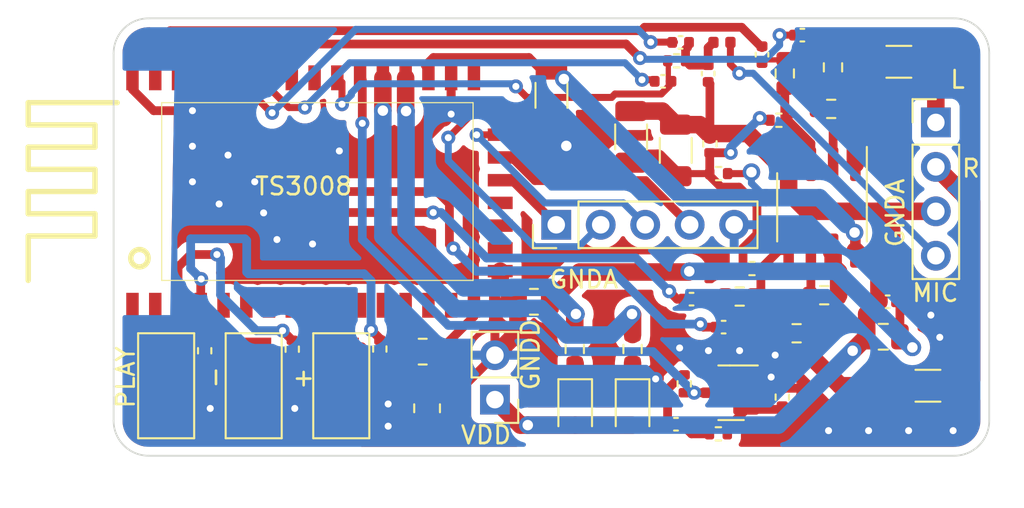
<source format=kicad_pcb>
(kicad_pcb (version 20211014) (generator pcbnew)
  (layers (0 "F.Cu" signal) (31 "B.Cu" signal) (34 "B.Paste" user) (35 "F.Paste" user) (36 "B.SilkS" user "B.Silkscreen") (37 "F.SilkS" user "F.Silkscreen") (38 "B.Mask" user) (39 "F.Mask" user) (44 "Edge.Cuts" user))
  (net 0 "")
  (net 1 "Net-(C1-Pad1)")
  (net 2 "VDD")
  (net 3 "GNDD")
  (net 4 "/MIC_BIAS")
  (net 5 "/MIC_AP")
  (net 6 "Net-(C4-Pad1)")
  (net 7 "/MIC_AN")
  (net 8 "/SPK_AN")
  (net 9 "Net-(C5-Pad2)")
  (net 10 "/SPK_AP")
  (net 11 "Net-(C6-Pad2)")
  (net 12 "GNDA")
  (net 13 "/VREF")
  (net 14 "Net-(C9-Pad1)")
  (net 15 "/Audio_L")
  (net 16 "Net-(C13-Pad1)")
  (net 17 "/SPK_BN")
  (net 18 "Net-(C14-Pad1)")
  (net 19 "/SPK_BP")
  (net 20 "Net-(C15-Pad1)")
  (net 21 "/Audio_R")
  (net 22 "Net-(D1-Pad1)")
  (net 23 "Net-(D2-Pad1)")
  (net 24 "Net-(J2-Pad1)")
  (net 25 "Net-(J2-Pad2)")
  (net 26 "Net-(J2-Pad3)")
  (net 27 "Net-(J2-Pad4)")
  (net 28 "/MIC")
  (net 29 "Net-(R1-Pad2)")
  (net 30 "/MFB")
  (net 31 "Net-(R4-Pad1)")
  (net 32 "Net-(R4-Pad2)")
  (net 33 "Net-(R5-Pad1)")
  (net 34 "Net-(R5-Pad2)")
  (net 35 "Net-(R6-Pad1)")
  (net 36 "Net-(R6-Pad2)")
  (net 37 "Net-(R7-Pad1)")
  (net 38 "Net-(R7-Pad2)")
  (net 39 "/LED_RED")
  (net 40 "/LED_BLUE")
  (net 41 "Net-(R14-Pad2)")
  (net 42 "Net-(R15-Pad2)")
  (net 43 "Net-(R18-Pad2)")
  (net 44 "Net-(R19-Pad2)")
  (footprint "Capacitor_SMD:C_0402_1005Metric" (layer "F.Cu") (at 112.025 62.075 -90)
    (fp_text reference "C6")
    (fp_text value "1UF")
  )
  (footprint "Resistor_SMD:R_0402_1005Metric" (layer "F.Cu") (at 111.45 74.3)
    (fp_text reference "R18")
    (fp_text value "10K")
  )
  (footprint "Capacitor_SMD:C_1206_3216Metric" (layer "F.Cu") (at 121.5 81)
    (fp_text reference "C15")
    (fp_text value "220UF")
  )
  (footprint "Connector_PinHeader_2.54mm:PinHeader_1x02_P2.54mm_Vertical" (layer "F.Cu") (at 96.774 81.793 180)
    (fp_text reference "J1")
    (fp_text value "Conn_01x02")
  )
  (footprint "Resistor_SMD:R_0603_1608Metric" (layer "F.Cu") (at 101.3325 78.9 -90)
    (fp_text reference "R9")
    (fp_text value "470R")
  )
  (footprint "Resistor_SMD:R_0603_1608Metric" (layer "F.Cu") (at 115.975 65.175 180)
    (fp_text reference "R17")
    (fp_text value "10K")
  )
  (footprint "Capacitor_SMD:C_0402_1005Metric" (layer "F.Cu") (at 108.95 63.155 -90)
    (fp_text reference "C8")
    (fp_text value "15PF")
  )
  (footprint "Capacitor_SMD:C_0402_1005Metric" (layer "F.Cu") (at 109.8325 77.65 180)
    (fp_text reference "C13")
    (fp_text value "1UF")
  )
  (footprint "Resistor_SMD:R_0402_1005Metric" (layer "F.Cu") (at 109.55 68.875 180)
    (fp_text reference "R12")
    (fp_text value "100K")
  )
  (footprint "LED_SMD:LED_0805_2012Metric" (layer "F.Cu") (at 101.3575 82.3125 -90)
    (fp_text reference "D1")
    (fp_text value "LED_RED")
  )
  (footprint "Resistor_SMD:R_0603_1608Metric" (layer "F.Cu") (at 113.325 63.15 -90)
    (fp_text reference "R15")
    (fp_text value "10K")
  )
  (footprint "Resistor_SMD:R_0402_1005Metric" (layer "F.Cu") (at 80.2 79 90)
    (fp_text reference "R4")
    (fp_text value "1K")
  )
  (footprint "Capacitor_SMD:C_0805_2012Metric" (layer "F.Cu") (at 118.95 78.2)
    (fp_text reference "C12")
    (fp_text value "22UF")
  )
  (footprint "Capacitor_SMD:C_0402_1005Metric" (layer "F.Cu") (at 106.375 63.6 180)
    (fp_text reference "C3")
    (fp_text value "100NF")
  )
  (footprint "Resistor_SMD:R_0402_1005Metric" (layer "F.Cu") (at 109.5325 83.75)
    (fp_text reference "R1")
    (fp_text value "1K")
  )
  (footprint "Capacitor_SMD:C_0402_1005Metric" (layer "F.Cu") (at 108 76.05 180)
    (fp_text reference "C14")
    (fp_text value "1UF")
  )
  (footprint "Capacitor_SMD:C_1206_3216Metric" (layer "F.Cu") (at 100 64.4 90)
    (fp_text reference "C2")
    (fp_text value "220UF")
  )
  (footprint "Capacitor_SMD:C_1206_3216Metric" (layer "F.Cu") (at 119.839 62.484)
    (fp_text reference "C9")
    (fp_text value "220UF")
  )
  (footprint "2N3904S:2N3904S" (layer "F.Cu") (at 110.1825 81.4 180)
    (fp_text reference "Q1")
    (fp_text value "2N3904S")
  )
  (footprint "Capacitor_SMD:C_0402_1005Metric" (layer "F.Cu") (at 107.1125 83.2 180)
    (fp_text reference "C1")
    (fp_text value "1UF")
  )
  (footprint "Resistor_SMD:R_0402_1005Metric" (layer "F.Cu") (at 107.5825 80.89 90)
    (fp_text reference "R3")
    (fp_text value "10K")
  )
  (footprint "Resistor_SMD:R_0603_1608Metric" (layer "F.Cu") (at 115.575 75.825)
    (fp_text reference "R19")
    (fp_text value "10K")
  )
  (footprint "Resistor_SMD:R_0402_1005Metric" (layer "F.Cu") (at 90.2 78.9 90)
    (fp_text reference "R6")
    (fp_text value "1K")
  )
  (footprint "TS-1088R:TS-1088R" (layer "F.Cu") (at 88 81 90)
    (fp_text reference "SW3")
    (fp_text value "TS-1088R-02026")
  )
  (footprint "Capacitor_SMD:C_1206_3216Metric" (layer "F.Cu") (at 107.1 67.55 -90)
    (fp_text reference "C10")
    (fp_text value "22UF")
  )
  (footprint "TS3008:BluetoothAudioModule(2)-TS64215" (layer "F.Cu") (at 82.82615 69.9)
    (fp_text reference "U1")
    (fp_text value "TS64215")
  )
  (footprint "TS-1088R:TS-1088R" (layer "F.Cu") (at 78 81 90)
    (fp_text reference "SW1")
    (fp_text value "TS-1088R-02026")
  )
  (footprint "Capacitor_SMD:C_0402_1005Metric" (layer "F.Cu") (at 114.328 60.96)
    (fp_text reference "C5")
    (fp_text value "1UF")
  )
  (footprint "Connector_PinHeader_2.54mm:PinHeader_1x04_P2.54mm_Vertical" (layer "F.Cu") (at 121.95 65.95)
    (fp_text reference "J3")
    (fp_text value "Conn_01x04")
  )
  (footprint "Resistor_SMD:R_0402_1005Metric" (layer "F.Cu") (at 109.05 67.175 90)
    (fp_text reference "R11")
    (fp_text value "100K")
  )
  (footprint "Resistor_SMD:R_0805_2012Metric" (layer "F.Cu") (at 92.9 82.2875 90)
    (fp_text reference "R8")
    (fp_text value "NC")
  )
  (footprint "LED_SMD:LED_0805_2012Metric" (layer "F.Cu") (at 104.6325 82.3125 -90)
    (fp_text reference "D2")
    (fp_text value "LED_BLUE")
  )
  (footprint "Connector_PinHeader_2.54mm:PinHeader_1x05_P2.54mm_Vertical" (layer "F.Cu") (at 100.275 71.8 90)
    (fp_text reference "J2")
    (fp_text value "Conn_01x05")
  )
  (footprint "Resistor_SMD:R_0603_1608Metric" (layer "F.Cu") (at 104.6325 78.9 90)
    (fp_text reference "R10")
    (fp_text value "75R")
  )
  (footprint "Package_SO:SOIC-8_3.9x4.9mm_P1.27mm" (layer "F.Cu") (at 115.45 70.8 -90)
    (fp_text reference "U2")
    (fp_text value "SGM358YS/TR")
  )
  (footprint "Resistor_SMD:R_0805_2012Metric" (layer "F.Cu") (at 92.65 79.05 180)
    (fp_text reference "R7")
    (fp_text value "0R")
  )
  (footprint "TS-1088R:TS-1088R" (layer "F.Cu") (at 83 81 90)
    (fp_text reference "SW2")
    (fp_text value "TS-1088R-02026")
  )
  (footprint "Resistor_SMD:R_0402_1005Metric" (layer "F.Cu") (at 85.2 78.91 90)
    (fp_text reference "R5")
    (fp_text value "1K")
  )
  (footprint "Resistor_SMD:R_0402_1005Metric" (layer "F.Cu") (at 112.99 65.825)
    (fp_text reference "R16")
    (fp_text value "10K")
  )
  (footprint "Resistor_SMD:R_0402_1005Metric" (layer "F.Cu") (at 113.1825 81.65 -90)
    (fp_text reference "R2")
    (fp_text value "10K")
  )
  (footprint "Resistor_SMD:R_0603_1608Metric" (layer "F.Cu") (at 116.078 62.801 -90)
    (fp_text reference "R14")
    (fp_text value "10K")
  )
  (footprint "Resistor_SMD:R_0603_1608Metric" (layer "F.Cu") (at 110.75 75.9)
    (fp_text reference "R21")
    (fp_text value "10K")
  )
  (footprint "Capacitor_SMD:C_0402_1005Metric" (layer "F.Cu") (at 107.375 61.375 180)
    (fp_text reference "C4")
    (fp_text value "100NF")
  )
  (footprint "Resistor_SMD:R_0805_2012Metric" (layer "F.Cu") (at 99 76.2 180)
    (fp_text reference "R22")
    (fp_text value "NC")
  )
  (footprint "Inductor_SMD:L_0402_1005Metric" (layer "F.Cu") (at 109.735 61.375)
    (fp_text reference "L1")
    (fp_text value "15NH")
  )
  (footprint "Capacitor_SMD:C_1206_3216Metric" (layer "F.Cu") (at 104.55 66.775 -90)
    (fp_text reference "C7")
    (fp_text value "22UF")
  )
  (footprint "Capacitor_SMD:C_0402_1005Metric" (layer "F.Cu") (at 119.2 76.2)
    (fp_text reference "C11")
    (fp_text value "100NF")
  )
  (footprint "Resistor_SMD:R_0603_1608Metric" (layer "F.Cu") (at 114 78)
    (fp_text reference "R20")
    (fp_text value "10K")
  )
  (footprint "Resistor_SMD:R_0402_1005Metric" (layer "F.Cu") (at 107.15 62.425 180)
    (fp_text reference "R13")
    (fp_text value "2.2K")
  )
  (gr_line (start 77 85) (end 123 85) (layer "Edge.Cuts") (width 0.1))
  (gr_arc (start 125 83) (mid 124.414214 84.414214) (end 123 85) (layer "Edge.Cuts") (width 0.1))
  (gr_line (start 125 83) (end 125 62) (layer "Edge.Cuts") (width 0.1))
  (gr_line (start 123 60) (end 77 60) (layer "Edge.Cuts") (width 0.1))
  (gr_arc (start 123 60) (mid 124.414214 60.585786) (end 125 62) (layer "Edge.Cuts") (width 0.1))
  (gr_arc (start 75 62) (mid 75.585786 60.585786) (end 77 60) (layer "Edge.Cuts") (width 0.1))
  (gr_line (start 75 62) (end 75 83) (layer "Edge.Cuts") (width 0.1))
  (gr_arc (start 77 85) (mid 75.585786 84.414214) (end 75 83) (layer "Edge.Cuts") (width 0.1))
  (gr_text "GNDA" (at 101.854 74.93) (layer "F.SilkS") (effects (font (size 1 1))))
  (gr_text "+" (at 85.852 80.518) (layer "F.SilkS") (effects (font (size 1 1))))
  (gr_text "VDD" (at 96.266 83.82) (layer "F.SilkS") (effects (font (size 1 1))))
  (gr_text "MIC" (at 121.92 75.692) (layer "F.SilkS") (effects (font (size 1 1))))
  (gr_text "TS3008\n" (at 85.852 69.596) (layer "F.SilkS") (effects (font (size 1 1))))
  (gr_text "R" (at 123.952 68.58) (layer "F.SilkS") (effects (font (size 1 1))))
  (gr_text "-" (at 80.772 80.518 90) (layer "F.SilkS") (effects (font (size 1 1))))
  (gr_text "PLAY" (at 75.692 80.518 90) (layer "F.SilkS") (effects (font (size 1 1))))
  (gr_text "GNDD" (at 98.806 79.223 90) (layer "F.SilkS") (effects (font (size 1 1))))
  (gr_text "GNDA" (at 119.634 71.12 90) (layer "F.SilkS") (effects (font (size 1 1))))
  (gr_text "L\n" (at 123.19 63.5) (layer "F.SilkS") (effects (font (size 1 1))))
  (segment (start 108 83.75) (end 109.0225 83.75) (width 0.5) (layer "F.Cu") (net 1))
  (segment (start 107.5925 83.3425) (end 108 83.75) (width 0.5) (layer "F.Cu") (net 1))
  (segment (start 107.5925 83.2) (end 107.5925 83.3425) (width 0.5) (layer "F.Cu") (net 1))
  (segment (start 118.70048 74.62048) (end 118.70048 76.2) (width 1) (layer "F.Cu") (net 2))
  (segment (start 99.4 62.925) (end 98.714429 62.239429) (width 0.5) (layer "F.Cu") (net 2))
  (segment (start 101.3575 83.25) (end 104.6325 83.25) (width 1) (layer "F.Cu") (net 2))
  (segment (start 98.714429 62.239429) (end 93.260571 62.239429) (width 0.5) (layer "F.Cu") (net 2))
  (segment (start 117.355 73.275) (end 118.70048 74.62048) (width 1) (layer "F.Cu") (net 2))
  (segment (start 98.65 83.25) (end 101.3575 83.25) (width 1) (layer "F.Cu") (net 2))
  (segment (start 96.774 81.793) (end 98.231 83.25) (width 1) (layer "F.Cu") (net 2))
  (segment (start 118 78.2) (end 118 76.90048) (width 1) (layer "F.Cu") (net 2))
  (segment (start 93.260571 62.239429) (end 92.8 62.7) (width 0.5) (layer "F.Cu") (net 2))
  (segment (start 118 78.2) (end 117.2 79) (width 1) (layer "F.Cu") (net 2))
  (segment (start 104.6825 83.2) (end 104.6325 83.25) (width 0.5) (layer "F.Cu") (net 2))
  (segment (start 111.335 68.875) (end 111.42 68.79) (width 0.4) (layer "F.Cu") (net 2))
  (segment (start 106.6325 83.2) (end 104.6825 83.2) (width 0.5) (layer "F.Cu") (net 2))
  (segment (start 118 76.90048) (end 118.70048 76.2) (width 1) (layer "F.Cu") (net 2))
  (segment (start 98.231 83.25) (end 98.65 83.25) (width 1) (layer "F.Cu") (net 2))
  (segment (start 106.6325 83.2) (end 106.6325 81.203364) (width 0.5) (layer "F.Cu") (net 2))
  (segment (start 107.455864 80.38) (end 107.5825 80.38) (width 0.5) (layer "F.Cu") (net 2))
  (segment (start 110.06 68.875) (end 111.335 68.875) (width 0.4) (layer "F.Cu") (net 2))
  (segment (start 106.6325 81.203364) (end 107.455864 80.38) (width 0.5) (layer "F.Cu") (net 2))
  (via (at 117.31 72.24) (size 1) (drill 0.6) (layers "F.Cu" "B.Cu") (net 2))
  (via (at 111.42 68.79) (size 1) (drill 0.6) (layers "F.Cu" "B.Cu") (net 2))
  (via (at 98.65 83.25) (size 1) (drill 0.6) (layers "F.Cu" "B.Cu") (net 2))
  (via (at 117.2 79) (size 1) (drill 0.6) (layers "F.Cu" "B.Cu") (net 2))
  (via (at 100.71 63.47) (size 1) (drill 0.6) (layers "F.Cu" "B.Cu") (net 2))
  (segment (start 112.250489 70.250489) (end 115.310489 70.250489) (width 1) (layer "B.Cu") (net 2))
  (segment (start 98.65 83.25) (end 112.95 83.25) (width 1) (layer "B.Cu") (net 2))
  (segment (start 112.95 83.25) (end 117.2 79) (width 1) (layer "B.Cu") (net 2))
  (segment (start 111.42 69.42) (end 112.250489 70.250489) (width 0.4) (layer "B.Cu") (net 2))
  (segment (start 111.42 68.79) (end 111.42 69.42) (width 0.4) (layer "B.Cu") (net 2))
  (segment (start 107.490489 70.250489) (end 112.250489 70.250489) (width 1) (layer "B.Cu") (net 2))
  (segment (start 115.310489 70.250489) (end 116.85 71.79) (width 1) (layer "B.Cu") (net 2))
  (segment (start 100.71 63.47) (end 107.490489 70.250489) (width 1) (layer "B.Cu") (net 2))
  (segment (start 77.289888 65.278) (end 76.07737 64.065482) (width 0.5) (layer "F.Cu") (net 3))
  (segment (start 105.91652 80.24348) (end 105.91652 80.57652) (width 1) (layer "F.Cu") (net 3))
  (segment (start 79.502 65.278) (end 77.289888 65.278) (width 0.5) (layer "F.Cu") (net 3))
  (segment (start 112.4925 80.45) (end 112.54625 80.50375) (width 0.5) (layer "F.Cu") (net 3))
  (segment (start 98.0875 77.9345) (end 98.0875 76.2) (width 1) (layer "F.Cu") (net 3))
  (segment (start 91.795056 67.58) (end 93.685056 65.69) (width 1) (layer "F.Cu") (net 3))
  (segment (start 93.685056 65.69) (end 93.84 65.69) (width 1) (layer "F.Cu") (net 3))
  (segment (start 111.12 80.45) (end 112.4925 80.45) (width 0.5) (layer "F.Cu") (net 3))
  (segment (start 94.26202 81.83798) (end 92.9 83.2) (width 0.5) (layer "F.Cu") (net 3))
  (segment (start 94.27393 63.40014) (end 94.27393 65.47393) (width 0.5) (layer "F.Cu") (net 3))
  (segment (start 100.85 67.29) (end 100.85 66.725) (width 1) (layer "F.Cu") (net 3))
  (segment (start 100.85 66.725) (end 100 65.875) (width 1) (layer "F.Cu") (net 3))
  (segment (start 87.89 67.58) (end 91.795056 67.58) (width 1) (layer "F.Cu") (net 3))
  (segment (start 97.07555 74.44914) (end 97.07555 75.18805) (width 1) (layer "F.Cu") (net 3))
  (segment (start 107.32 78.84) (end 105.91652 80.24348) (width 1) (layer "F.Cu") (net 3))
  (segment (start 112.54625 80.50375) (end 113.1825 81.14) (width 0.5) (layer "F.Cu") (net 3))
  (segment (start 96.52 79.502) (end 94.26202 81.75998) (width 0.5) (layer "F.Cu") (net 3))
  (segment (start 94.26202 81.75998) (end 94.26202 81.83798) (width 0.5) (layer "F.Cu") (net 3))
  (segment (start 76.07737 64.065482) (end 76.07737 63.40014) (width 0.5) (layer "F.Cu") (net 3))
  (segment (start 97.07555 75.18805) (end 98.0875 76.2) (width 1) (layer "F.Cu") (net 3))
  (segment (start 96.52 79.502) (end 98.0875 77.9345) (width 1) (layer "F.Cu") (net 3))
  (via (at 108.966 78.994) (size 0.8) (drill 0.4) (layers "F.Cu" "B.Cu") (net 3))
  (via (at 90.678 82.042) (size 0.8) (drill 0.4) (layers "F.Cu" "B.Cu") (net 3))
  (via (at 86.36 72.898) (size 0.8) (drill 0.4) (layers "F.Cu" "B.Cu") (net 3))
  (via (at 100.85 67.29) (size 1) (drill 0.6) (layers "F.Cu" "B.Cu") (net 3))
  (via (at 112.776 79.248) (size 0.8) (drill 0.4) (layers "F.Cu" "B.Cu") (net 3))
  (via (at 110.744 78.994) (size 0.8) (drill 0.4) (layers "F.Cu" "B.Cu") (net 3))
  (via (at 115.824 83.566) (size 0.8) (drill 0.4) (layers "F.Cu" "B.Cu") (net 3))
  (via (at 105.95 80.61) (size 0.8) (drill 0.4) (layers "F.Cu" "B.Cu") (net 3))
  (via (at 118.11 83.566) (size 0.8) (drill 0.4) (layers "F.Cu" "B.Cu") (net 3))
  (via (at 81.534 67.818) (size 0.8) (drill 0.4) (layers "F.Cu" "B.Cu") (net 3))
  (via (at 80.518 82.296) (size 0.8) (drill 0.4) (layers "F.Cu" "B.Cu") (net 3))
  (via (at 122.174 78.232) (size 0.8) (drill 0.4) (layers "F.Cu" "B.Cu") (net 3))
  (via (at 81.026 70.612) (size 0.8) (drill 0.4) (layers "F.Cu" "B.Cu") (net 3))
  (via (at 122.936 83.566) (size 0.8) (drill 0.4) (layers "F.Cu" "B.Cu") (net 3))
  (via (at 84.328 72.644) (size 0.8) (drill 0.4) (layers "F.Cu" "B.Cu") (net 3))
  (via (at 87.89 67.58) (size 0.8) (drill 0.4) (layers "F.Cu" "B.Cu") (net 3))
  (via (at 121.666 76.962) (size 0.8) (drill 0.4) (layers "F.Cu" "B.Cu") (net 3))
  (via (at 112.54625 80.50375) (size 0.8) (drill 0.4) (layers "F.Cu" "B.Cu") (net 3))
  (via (at 94.27393 65.47393) (size 0.8) (drill 0.4) (layers "F.Cu" "B.Cu") (net 3))
  (via (at 83.566 71.12) (size 0.8) (drill 0.4) (layers "F.Cu" "B.Cu") (net 3))
  (via (at 120.396 83.566) (size 0.8) (drill 0.4) (layers "F.Cu" "B.Cu") (net 3))
  (via (at 79.502 69.342) (size 0.8) (drill 0.4) (layers "F.Cu" "B.Cu") (net 3))
  (via (at 90.678 83.312) (size 0.8) (drill 0.4) (layers "F.Cu" "B.Cu") (net 3))
  (via (at 85.344 82.296) (size 0.8) (drill 0.4) (layers "F.Cu" "B.Cu") (net 3))
  (via (at 79.502 67.31) (size 0.8) (drill 0.4) (layers "F.Cu" "B.Cu") (net 3))
  (via (at 79.502 65.278) (size 0.8) (drill 0.4) (layers "F.Cu" "B.Cu") (net 3))
  (via (at 107.32 78.84) (size 0.8) (drill 0.4) (layers "F.Cu" "B.Cu") (net 3))
  (via (at 83.058 69.342) (size 0.8) (drill 0.4) (layers "F.Cu" "B.Cu") (net 3))
  (segment (start 103.630961 64.32548) (end 106.270592 64.32548) (width 0.4) (layer "F.Cu") (net 4))
  (segment (start 98.6 64.52) (end 103.436441 64.52) (width 0.4) (layer "F.Cu") (net 4))
  (segment (start 103.436441 64.52) (end 103.630961 64.32548) (width 0.4) (layer "F.Cu") (net 4))
  (segment (start 106.72452 63.871552) (end 106.72452 63.6) (width 0.4) (layer "F.Cu") (net 4))
  (segment (start 106.64 62.425) (end 106.67452 62.45952) (width 0.3) (layer "F.Cu") (net 4))
  (segment (start 106.270592 64.32548) (end 106.72452 63.871552) (width 0.4) (layer "F.Cu") (net 4))
  (segment (start 106.67452 62.45952) (end 106.67452 63.6) (width 0.3) (layer "F.Cu") (net 4))
  (segment (start 88.04 63.66607) (end 87.77407 63.40014) (width 0.4) (layer "F.Cu") (net 4))
  (segment (start 88.04 64.91) (end 88.04 63.66607) (width 0.4) (layer "F.Cu") (net 4))
  (segment (start 97.97 63.89) (end 98.6 64.52) (width 0.4) (layer "F.Cu") (net 4))
  (via (at 88.04 64.91) (size 0.8) (drill 0.4) (layers "F.Cu" "B.Cu") (net 4))
  (via (at 97.97 63.89) (size 0.8) (drill 0.4) (layers "F.Cu" "B.Cu") (net 4))
  (segment (start 97.82 63.74) (end 89.1 63.74) (width 0.4) (layer "B.Cu") (net 4))
  (segment (start 89.1 63.74) (end 88.57449 64.26551) (width 0.4) (layer "B.Cu") (net 4))
  (segment (start 97.97 63.89) (end 97.82 63.74) (width 0.4) (layer "B.Cu") (net 4))
  (segment (start 88.57449 64.37551) (end 88.04 64.91) (width 0.4) (layer "B.Cu") (net 4))
  (segment (start 88.57449 64.26551) (end 88.57449 64.37551) (width 0.4) (layer "B.Cu") (net 4))
  (segment (start 105.17 63.51) (end 105.93548 63.51) (width 0.4) (layer "F.Cu") (net 5))
  (segment (start 85.009688 65.1) (end 85.92 65.1) (width 0.4) (layer "F.Cu") (net 5))
  (segment (start 85.009688 65.1) (end 83.87517 63.965482) (width 0.4) (layer "F.Cu") (net 5))
  (segment (start 83.87517 63.965482) (end 83.87517 63.40014) (width 0.4) (layer "F.Cu") (net 5))
  (via (at 85.92 65.1) (size 0.8) (drill 0.4) (layers "F.Cu" "B.Cu") (net 5))
  (via (at 105.17 63.51) (size 0.8) (drill 0.4) (layers "F.Cu" "B.Cu") (net 5))
  (segment (start 104.2 62.54) (end 88.48 62.54) (width 0.4) (layer "B.Cu") (net 5))
  (segment (start 105.17 63.51) (end 104.2 62.54) (width 0.4) (layer "B.Cu") (net 5))
  (segment (start 88.48 62.54) (end 85.92 65.1) (width 0.4) (layer "B.Cu") (net 5))
  (segment (start 107.66 61.781783) (end 107.77452 61.667263) (width 0.5) (layer "F.Cu") (net 6))
  (segment (start 108.95 61.675) (end 109.25 61.375) (width 0.5) (layer "F.Cu") (net 6))
  (segment (start 108.95 62.675) (end 107.91 62.675) (width 0.5) (layer "F.Cu") (net 6))
  (segment (start 107.91 62.675) (end 107.66 62.425) (width 0.5) (layer "F.Cu") (net 6))
  (segment (start 108.95 62.675) (end 108.95 61.675) (width 0.5) (layer "F.Cu") (net 6))
  (segment (start 107.66 62.425) (end 107.66 61.781783) (width 0.5) (layer "F.Cu") (net 6))
  (segment (start 105.67 61.36) (end 107.02548 61.36) (width 0.4) (layer "F.Cu") (net 7))
  (segment (start 82.57723 63.968022) (end 84.009208 65.4) (width 0.4) (layer "F.Cu") (net 7))
  (segment (start 82.57723 63.40014) (end 82.57723 63.968022) (width 0.4) (layer "F.Cu") (net 7))
  (segment (start 84.009208 65.4) (end 84.05 65.4) (width 0.4) (layer "F.Cu") (net 7))
  (via (at 105.67 61.36) (size 0.8) (drill 0.4) (layers "F.Cu" "B.Cu") (net 7))
  (via (at 84.05 65.4) (size 0.8) (drill 0.4) (layers "F.Cu" "B.Cu") (net 7))
  (segment (start 88.819511 60.630489) (end 104.940489 60.630489) (width 0.4) (layer "B.Cu") (net 7))
  (segment (start 84.05 65.4) (end 88.819511 60.630489) (width 0.4) (layer "B.Cu") (net 7))
  (segment (start 104.940489 60.630489) (end 105.67 61.36) (width 0.4) (layer "B.Cu") (net 7))
  (segment (start 113.848 60.96) (end 113.03 60.96) (width 0.4) (layer "F.Cu") (net 8))
  (segment (start 104.258664 61.468) (end 79.122 61.468) (width 0.5) (layer "F.Cu") (net 8))
  (segment (start 79.122 61.468) (end 78.67833 61.91167) (width 0.5) (layer "F.Cu") (net 8))
  (segment (start 78.67833 61.91167) (end 78.67833 63.40014) (width 0.5) (layer "F.Cu") (net 8))
  (segment (start 105.060332 62.269668) (end 104.258664 61.468) (width 0.5) (layer "F.Cu") (net 8))
  (via (at 105.060332 62.269668) (size 0.8) (drill 0.4) (layers "F.Cu" "B.Cu") (net 8))
  (via (at 113.03 60.96) (size 0.8) (drill 0.4) (layers "F.Cu" "B.Cu") (net 8))
  (segment (start 113.03 60.96) (end 113.03 61.53) (width 0.4) (layer "B.Cu") (net 8))
  (segment (start 112.22 62.34) (end 105.130664 62.34) (width 0.4) (layer "B.Cu") (net 8))
  (segment (start 105.130664 62.34) (end 105.060332 62.269668) (width 0.4) (layer "B.Cu") (net 8))
  (segment (start 113.03 61.53) (end 112.22 62.34) (width 0.4) (layer "B.Cu") (net 8))
  (segment (start 115.824 61.976) (end 114.808 60.96) (width 0.4) (layer "F.Cu") (net 9))
  (segment (start 116.078 61.976) (end 115.824 61.976) (width 0.4) (layer "F.Cu") (net 9))
  (segment (start 77.37785 63.40014) (end 77.37785 61.56015) (width 0.5) (layer "F.Cu") (net 10))
  (segment (start 78.232 60.706) (end 105.122609 60.706) (width 0.5) (layer "F.Cu") (net 10))
  (segment (start 105.122609 60.706) (end 105.31812 60.510489) (width 0.5) (layer "F.Cu") (net 10))
  (segment (start 77.37785 61.56015) (end 78.232 60.706) (width 0.5) (layer "F.Cu") (net 10))
  (segment (start 110.860009 60.510489) (end 112.025 61.67548) (width 0.5) (layer "F.Cu") (net 10))
  (segment (start 105.31812 60.510489) (end 110.860009 60.510489) (width 0.5) (layer "F.Cu") (net 10))
  (segment (start 113.325 62.325) (end 113.27548 62.37452) (width 0.3) (layer "F.Cu") (net 11))
  (segment (start 113.27548 62.37452) (end 112.025 62.37452) (width 0.3) (layer "F.Cu") (net 11))
  (segment (start 107.829511 74.500489) (end 107.87 74.46) (width 1) (layer "F.Cu") (net 12))
  (segment (start 119.68 72.055) (end 118.655 71.03) (width 0.5) (layer "F.Cu") (net 12))
  (segment (start 114.63 71.03) (end 118.655 71.03) (width 1) (layer "F.Cu") (net 12))
  (segment (start 109.05 63.735) (end 108.95 63.635) (width 0.5) (layer "F.Cu") (net 12))
  (segment (start 111.230545 66.585489) (end 112.970056 68.325) (width 1) (layer "F.Cu") (net 12))
  (segment (start 107.1 66.075) (end 108.46 66.075) (width 1) (layer "F.Cu") (net 12))
  (segment (start 119.68 76.2) (end 119.68 73.3) (width 0.5) (layer "F.Cu") (net 12))
  (segment (start 113.545 69.945) (end 114.63 71.03) (width 1) (layer "F.Cu") (net 12))
  (segment (start 108.46 66.075) (end 109.05 66.665) (width 1) (layer "F.Cu") (net 12))
  (segment (start 99.9125 76.2) (end 101.612011 74.500489) (width 1) (layer "F.Cu") (net 12))
  (segment (start 106.325 65.3) (end 107.1 66.075) (width 1) (layer "F.Cu") (net 12))
  (segment (start 109.129511 66.585489) (end 111.230545 66.585489) (width 1) (layer "F.Cu") (net 12))
  (segment (start 119.9 78.2) (end 119.9 76.42) (width 0.5) (layer "F.Cu") (net 12))
  (segment (start 119.9 76.42) (end 119.68 76.2) (width 0.5) (layer "F.Cu") (net 12))
  (segment (start 119.68 73.3) (end 119.68 72.055) (width 0.5) (layer "F.Cu") (net 12))
  (segment (start 109.05 66.665) (end 109.05 63.735) (width 0.5) (layer "F.Cu") (net 12))
  (segment (start 109.05 66.665) (end 109.129511 66.585489) (width 1) (layer "F.Cu") (net 12))
  (segment (start 101.612011 74.500489) (end 107.829511 74.500489) (width 1) (layer "F.Cu") (net 12))
  (segment (start 113.545 68.325) (end 113.545 69.945) (width 1) (layer "F.Cu") (net 12))
  (segment (start 112.970056 68.325) (end 113.545 68.325) (width 1) (layer "F.Cu") (net 12))
  (segment (start 104.55 65.3) (end 106.325 65.3) (width 1) (layer "F.Cu") (net 12))
  (segment (start 118.655 71.03) (end 121.95 71.03) (width 1) (layer "F.Cu") (net 12))
  (via (at 107.87 74.46) (size 1) (drill 0.6) (layers "F.Cu" "B.Cu") (net 12))
  (via (at 120.61 78.81) (size 1) (drill 0.6) (layers "F.Cu" "B.Cu") (net 12))
  (segment (start 116.26 74.46) (end 120.61 78.81) (width 1) (layer "B.Cu") (net 12))
  (segment (start 107.87 74.46) (end 116.26 74.46) (width 1) (layer "B.Cu") (net 12))
  (segment (start 110.707134 69.64452) (end 109.682884 69.64452) (width 0.5) (layer "F.Cu") (net 13))
  (segment (start 109.682884 69.64452) (end 109.04 69.001636) (width 0.5) (layer "F.Cu") (net 13))
  (segment (start 112.025 65.825) (end 111.9 65.7) (width 0.5) (layer "F.Cu") (net 13))
  (segment (start 109.04 68.875) (end 107.25 68.875) (width 0.4) (layer "F.Cu") (net 13))
  (segment (start 104.55 68.25) (end 104.8 68) (width 1) (layer "F.Cu") (net 13))
  (segment (start 109.04 69.001636) (end 109.04 68.875) (width 0.5) (layer "F.Cu") (net 13))
  (segment (start 110.94 74.3) (end 110.94 73.132787) (width 0.5) (layer "F.Cu") (net 13))
  (segment (start 107.25 68.875) (end 107.1 69.025) (width 0.4) (layer "F.Cu") (net 13))
  (segment (start 110.235989 67.685) (end 109.05 67.685) (width 0.5) (layer "F.Cu") (net 13))
  (segment (start 109.04 67.695) (end 109.05 67.685) (width 0.5) (layer "F.Cu") (net 13))
  (segment (start 106.075 68) (end 107.1 69.025) (width 1) (layer "F.Cu") (net 13))
  (segment (start 110.94 73.132787) (end 111.734511 72.338276) (width 0.5) (layer "F.Cu") (net 13))
  (segment (start 111.734511 72.338276) (end 111.734511 70.671897) (width 0.5) (layer "F.Cu") (net 13))
  (segment (start 112.48 65.825) (end 112.025 65.825) (width 0.5) (layer "F.Cu") (net 13))
  (segment (start 111.734511 70.671897) (end 110.707134 69.64452) (width 0.5) (layer "F.Cu") (net 13))
  (segment (start 109.04 68.875) (end 109.04 67.695) (width 0.5) (layer "F.Cu") (net 13))
  (segment (start 110.236 67.684989) (end 110.235989 67.685) (width 0.5) (layer "F.Cu") (net 13))
  (segment (start 104.8 68) (end 106.075 68) (width 1) (layer "F.Cu") (net 13))
  (via (at 110.236 67.684989) (size 0.8) (drill 0.4) (layers "F.Cu" "B.Cu") (net 13))
  (via (at 111.9 65.7) (size 0.8) (drill 0.4) (layers "F.Cu" "B.Cu") (net 13))
  (segment (start 110.236 67.364) (end 111.9 65.7) (width 0.5) (layer "B.Cu") (net 13))
  (segment (start 110.236 67.684989) (end 110.236 67.364) (width 0.5) (layer "B.Cu") (net 13))
  (segment (start 118.364 62.484) (end 118.364 63.611) (width 1) (layer "F.Cu") (net 14))
  (segment (start 117.355 65.73) (end 117.355 68.325) (width 1) (layer "F.Cu") (net 14))
  (segment (start 118.364 63.611) (end 116.8 65.175) (width 1) (layer "F.Cu") (net 14))
  (segment (start 116.8 65.175) (end 117.355 65.73) (width 1) (layer "F.Cu") (net 14))
  (segment (start 121.95 65.95) (end 121.95 63.12) (width 1) (layer "F.Cu") (net 15))
  (segment (start 121.95 63.12) (end 121.314 62.484) (width 1) (layer "F.Cu") (net 15))
  (segment (start 112.825 77.65) (end 113.175 78) (width 0.5) (layer "F.Cu") (net 16))
  (segment (start 110.3125 77.65) (end 112.825 77.65) (width 0.5) (layer "F.Cu") (net 16))
  (segment (start 108.675 77.65) (end 108.5 77.475) (width 0.5) (layer "F.Cu") (net 17))
  (segment (start 94.175489 70.600489) (end 93.475 69.9) (width 0.5) (layer "F.Cu") (net 17))
  (segment (start 81.27675 64.52675) (end 81.27675 63.40014) (width 0.5) (layer "F.Cu") (net 17))
  (segment (start 109.3525 77.65) (end 108.675 77.65) (width 0.5) (layer "F.Cu") (net 17))
  (segment (start 94.175489 72.925489) (end 94.175489 70.600489) (width 0.5) (layer "F.Cu") (net 17))
  (segment (start 93.475 69.9) (end 86.65 69.9) (width 0.5) (layer "F.Cu") (net 17))
  (segment (start 94.4 73.15) (end 94.175489 72.925489) (width 0.5) (layer "F.Cu") (net 17))
  (segment (start 86.65 69.9) (end 81.27675 64.52675) (width 0.5) (layer "F.Cu") (net 17))
  (via (at 94.4 73.15) (size 0.8) (drill 0.4) (layers "F.Cu" "B.Cu") (net 17))
  (via (at 108.5 77.475) (size 0.8) (drill 0.4) (layers "F.Cu" "B.Cu") (net 17))
  (segment (start 106.517824 77.475) (end 103.469264 74.42644) (width 0.5) (layer "B.Cu") (net 17))
  (segment (start 97.316535 74.42644) (end 97.291535 74.45144) (width 0.5) (layer "B.Cu") (net 17))
  (segment (start 95.70144 74.45144) (end 94.4 73.15) (width 0.5) (layer "B.Cu") (net 17))
  (segment (start 97.291535 74.45144) (end 95.70144 74.45144) (width 0.5) (layer "B.Cu") (net 17))
  (segment (start 103.469264 74.42644) (end 97.316535 74.42644) (width 0.5) (layer "B.Cu") (net 17))
  (segment (start 108.5 77.475) (end 106.517824 77.475) (width 0.5) (layer "B.Cu") (net 17))
  (segment (start 109.925 75.9) (end 108.63 75.9) (width 0.5) (layer "F.Cu") (net 18))
  (segment (start 108.63 75.9) (end 108.48 76.05) (width 0.5) (layer "F.Cu") (net 18))
  (segment (start 79.97627 64.25127) (end 79.97627 63.40014) (width 0.5) (layer "F.Cu") (net 19))
  (segment (start 107.175 76.05) (end 106.725 75.6) (width 0.5) (layer "F.Cu") (net 19))
  (segment (start 93.25 71.1) (end 86.825 71.1) (width 0.5) (layer "F.Cu") (net 19))
  (segment (start 107.52 76.05) (end 107.175 76.05) (width 0.5) (layer "F.Cu") (net 19))
  (segment (start 86.825 71.1) (end 79.97627 64.25127) (width 0.5) (layer "F.Cu") (net 19))
  (via (at 93.25 71.1) (size 0.8) (drill 0.4) (layers "F.Cu" "B.Cu") (net 19))
  (via (at 106.725 75.6) (size 0.8) (drill 0.4) (layers "F.Cu" "B.Cu") (net 19))
  (segment (start 104.824031 73.699031) (end 106.725 75.6) (width 0.5) (layer "B.Cu") (net 19))
  (segment (start 93.7 71.1) (end 96.299031 73.699031) (width 0.5) (layer "B.Cu") (net 19))
  (segment (start 93.25 71.1) (end 93.7 71.1) (width 0.5) (layer "B.Cu") (net 19))
  (segment (start 96.299031 73.699031) (end 104.824031 73.699031) (width 0.5) (layer "B.Cu") (net 19))
  (segment (start 114.825 75.9) (end 114.75 75.825) (width 1) (layer "F.Cu") (net 20))
  (segment (start 120.025 81) (end 116.5 81) (width 1) (layer "F.Cu") (net 20))
  (segment (start 114.815 75.76) (end 114.75 75.825) (width 0.5) (layer "F.Cu") (net 20))
  (segment (start 114.825 79.325) (end 114.825 78) (width 1) (layer "F.Cu") (net 20))
  (segment (start 114.815 73.275) (end 114.815 75.76) (width 0.5) (layer "F.Cu") (net 20))
  (segment (start 114.825 78) (end 114.825 75.9) (width 1) (layer "F.Cu") (net 20))
  (segment (start 116.5 81) (end 114.825 79.325) (width 1) (layer "F.Cu") (net 20))
  (segment (start 123.6 81) (end 122.975 81) (width 1) (layer "F.Cu") (net 21))
  (segment (start 124 70.54) (end 124 80.6) (width 1) (layer "F.Cu") (net 21))
  (segment (start 121.95 68.49) (end 124 70.54) (width 1) (layer "F.Cu") (net 21))
  (segment (start 124 80.6) (end 123.6 81) (width 1) (layer "F.Cu") (net 21))
  (segment (start 101.3575 81.375) (end 101.3575 79.75) (width 1) (layer "F.Cu") (net 22))
  (segment (start 104.6325 81.375) (end 104.6325 79.725) (width 1) (layer "F.Cu") (net 23))
  (segment (start 97.745972 69.2523) (end 97.07555 69.2523) (width 0.5) (layer "F.Cu") (net 24))
  (segment (start 100.275 71.781328) (end 97.745972 69.2523) (width 0.5) (layer "F.Cu") (net 24))
  (segment (start 95.57914 65.35086) (end 97.07555 65.35086) (width 0.4) (layer "F.Cu") (net 25))
  (segment (start 94.11 66.82) (end 95.57914 65.35086) (width 0.4) (layer "F.Cu") (net 25))
  (via (at 94.11 66.82) (size 0.8) (drill 0.4) (layers "F.Cu" "B.Cu") (net 25))
  (segment (start 94.11 66.82) (end 94.11 68.134022) (width 0.4) (layer "B.Cu") (net 25))
  (segment (start 101.565489 73.049511) (end 102.815 71.8) (width 0.4) (layer "B.Cu") (net 25))
  (segment (start 99.025489 73.049511) (end 101.565489 73.049511) (width 0.4) (layer "B.Cu") (net 25))
  (segment (start 94.11 68.134022) (end 99.025489 73.049511) (width 0.4) (layer "B.Cu") (net 25))
  (segment (start 97.06689 66.66) (end 97.07555 66.65134) (width 0.4) (layer "F.Cu") (net 26))
  (segment (start 95.73 66.66) (end 97.06689 66.66) (width 0.4) (layer "F.Cu") (net 26))
  (via (at 95.73 66.66) (size 0.8) (drill 0.4) (layers "F.Cu" "B.Cu") (net 26))
  (segment (start 95.73 66.66) (end 99.620489 70.550489) (width 0.4) (layer "B.Cu") (net 26))
  (segment (start 99.620489 70.550489) (end 104.105489 70.550489) (width 0.4) (layer "B.Cu") (net 26))
  (segment (start 104.105489 70.550489) (end 105.355 71.8) (width 0.4) (layer "B.Cu") (net 26))
  (segment (start 107.895 71.8) (end 105.36952 69.27452) (width 0.5) (layer "F.Cu") (net 27))
  (segment (start 97.740892 67.95182) (end 97.07555 67.95182) (width 0.5) (layer "F.Cu") (net 27))
  (segment (start 99.063592 69.27452) (end 97.740892 67.95182) (width 0.5) (layer "F.Cu") (net 27))
  (segment (start 105.36952 69.27452) (end 99.063592 69.27452) (width 0.5) (layer "F.Cu") (net 27))
  (segment (start 110.22 61.375) (end 110.22 62.6295) (width 0.4) (layer "F.Cu") (net 28))
  (segment (start 110.22 62.6295) (end 110.73 63.1395) (width 0.4) (layer "F.Cu") (net 28))
  (via (at 110.73 63.1395) (size 0.8) (drill 0.4) (layers "F.Cu" "B.Cu") (net 28))
  (segment (start 110.73 63.1395) (end 111.5195 63.1395) (width 0.4) (layer "B.Cu") (net 28))
  (segment (start 111.5195 63.1395) (end 121.95 73.57) (width 0.4) (layer "B.Cu") (net 28))
  (segment (start 110.0425 83.4275) (end 111.12 82.35) (width 0.5) (layer "F.Cu") (net 29))
  (segment (start 112.9925 82.35) (end 113.1825 82.16) (width 0.5) (layer "F.Cu") (net 29))
  (segment (start 111.12 82.35) (end 112.9925 82.35) (width 0.5) (layer "F.Cu") (net 29))
  (segment (start 110.0425 83.75) (end 110.0425 83.4275) (width 0.5) (layer "F.Cu") (net 29))
  (segment (start 108.15 81.4) (end 107.5825 81.4) (width 0.5) (layer "F.Cu") (net 30))
  (segment (start 89.2 66) (end 89.2 63.52559) (width 0.5) (layer "F.Cu") (net 30))
  (segment (start 109.245 81.4) (end 108.15 81.4) (width 0.5) (layer "F.Cu") (net 30))
  (segment (start 89.2 63.52559) (end 89.07455 63.40014) (width 0.5) (layer "F.Cu") (net 30))
  (via (at 89.2 66) (size 0.8) (drill 0.4) (layers "F.Cu" "B.Cu") (net 30))
  (via (at 108.15 81.4) (size 0.8) (drill 0.4) (layers "F.Cu" "B.Cu") (net 30))
  (segment (start 98.925 77.525) (end 98.6 77.525) (width 0.5) (layer "B.Cu") (net 30))
  (segment (start 98.575 77.55) (end 94.110798 77.55) (width 0.5) (layer "B.Cu") (net 30))
  (segment (start 108.15 81.4) (end 105.79904 79.04904) (width 0.5) (layer "B.Cu") (net 30))
  (segment (start 98.6 77.525) (end 98.575 77.55) (width 0.5) (layer "B.Cu") (net 30))
  (segment (start 100.44904 79.04904) (end 98.925 77.525) (width 0.5) (layer "B.Cu") (net 30))
  (segment (start 94.110798 77.55) (end 89.2 72.639202) (width 0.5) (layer "B.Cu") (net 30))
  (segment (start 105.79904 79.04904) (end 100.44904 79.04904) (width 0.5) (layer "B.Cu") (net 30))
  (segment (start 89.2 72.639202) (end 89.2 66) (width 0.5) (layer "B.Cu") (net 30))
  (segment (start 78.735 79.51) (end 78 78.775) (width 0.5) (layer "F.Cu") (net 31))
  (segment (start 80.2 79.51) (end 78.735 79.51) (width 0.5) (layer "F.Cu") (net 31))
  (segment (start 77.3 77.7) (end 77.37785 77.62215) (width 0.5) (layer "F.Cu") (net 32))
  (segment (start 77.37785 77.62215) (end 77.37785 76.39986) (width 0.5) (layer "F.Cu") (net 32))
  (segment (start 79.41 77.7) (end 77.3 77.7) (width 0.5) (layer "F.Cu") (net 32))
  (segment (start 80.2 78.49) (end 79.41 77.7) (width 0.5) (layer "F.Cu") (net 32))
  (segment (start 84.42 80.2) (end 85.2 79.42) (width 0.5) (layer "F.Cu") (net 33))
  (segment (start 84.1 80.2) (end 84.42 80.2) (width 0.5) (layer "F.Cu") (net 33))
  (segment (start 83 79.1) (end 84.1 80.2) (width 0.5) (layer "F.Cu") (net 33))
  (segment (start 83 78.775) (end 83 79.1) (width 0.5) (layer "F.Cu") (net 33))
  (segment (start 79.396549 73.5) (end 78.67833 74.218219) (width 0.5) (layer "F.Cu") (net 34))
  (segment (start 78.67833 74.218219) (end 78.67833 76.39986) (width 0.5) (layer "F.Cu") (net 34))
  (segment (start 85.2 78.4) (end 84.65 77.85) (width 0.5) (layer "F.Cu") (net 34))
  (segment (start 80.9 73.5) (end 79.396549 73.5) (width 0.5) (layer "F.Cu") (net 34))
  (via (at 80.9 73.5) (size 0.8) (drill 0.4) (layers "F.Cu" "B.Cu") (net 34))
  (via (at 84.65 77.85) (size 0.8) (drill 0.4) (layers "F.Cu" "B.Cu") (net 34))
  (segment (start 81.105954 75.805954) (end 83.15 77.85) (width 0.5) (layer "B.Cu") (net 34))
  (segment (start 81.105954 73.705954) (end 81.105954 75.805954) (width 0.5) (layer "B.Cu") (net 34))
  (segment (start 83.15 77.85) (end 84.65 77.85) (width 0.5) (layer "B.Cu") (net 34))
  (segment (start 80.9 73.5) (end 81.105954 73.705954) (width 0.5) (layer "B.Cu") (net 34))
  (segment (start 89.175 78.775) (end 89.8 79.4) (width 0.5) (layer "F.Cu") (net 35))
  (segment (start 88 78.775) (end 89.175 78.775) (width 0.5) (layer "F.Cu") (net 35))
  (segment (start 79.97627 76.39986) (end 79.97627 74.92373) (width 0.5) (layer "F.Cu") (net 36))
  (segment (start 90.2 78.39) (end 90.2 78.3) (width 0.5) (layer "F.Cu") (net 36))
  (segment (start 90.2 78.3) (end 89.7 77.8) (width 0.5) (layer "F.Cu") (net 36))
  (segment (start 79.97627 74.92373) (end 80 74.9) (width 0.5) (layer "F.Cu") (net 36))
  (via (at 80 74.9) (size 0.8) (drill 0.4) (layers "F.Cu" "B.Cu") (net 36))
  (via (at 89.7 77.8) (size 0.8) (drill 0.4) (layers "F.Cu" "B.Cu") (net 36))
  (segment (start 79.4 74.3) (end 79.4 72.6) (width 0.5) (layer "B.Cu") (net 36))
  (segment (start 82.6 72.7) (end 82.6 74.5) (width 0.5) (layer "B.Cu") (net 36))
  (segment (start 82.6 74.5) (end 82.7 74.6) (width 0.5) (layer "B.Cu") (net 36))
  (segment (start 79.4 74.3) (end 80 74.9) (width 0.5) (layer "B.Cu") (net 36))
  (segment (start 89.3 74.6) (end 89.7 75) (width 0.5) (layer "B.Cu") (net 36))
  (segment (start 79.4 72.6) (end 82.5 72.6) (width 0.5) (layer "B.Cu") (net 36))
  (segment (start 89.7 75) (end 89.7 77.8) (width 0.5) (layer "B.Cu") (net 36))
  (segment (start 82.5 72.6) (end 82.6 72.7) (width 0.5) (layer "B.Cu") (net 36))
  (segment (start 82.7 74.6) (end 89.3 74.6) (width 0.5) (layer "B.Cu") (net 36))
  (segment (start 93.5625 79.05) (end 95.57441 77.03809) (width 0.5) (layer "F.Cu") (net 37))
  (segment (start 93.5625 79.05) (end 93.5625 80.7125) (width 0.5) (layer "F.Cu") (net 37))
  (segment (start 93.5625 80.7125) (end 92.9 81.375) (width 0.5) (layer "F.Cu") (net 37))
  (segment (start 95.57441 77.03809) (end 95.57441 76.39986) (width 0.5) (layer "F.Cu") (net 37))
  (segment (start 86.550489 81.775489) (end 86.550489 80.850489) (width 0.5) (layer "F.Cu") (net 38))
  (segment (start 88 83.225) (end 86.550489 81.775489) (width 0.5) (layer "F.Cu") (net 38))
  (segment (start 86.92952 77.67048) (end 87.168792 77.67048) (width 0.5) (layer "F.Cu") (net 38))
  (segment (start 89.937011 80.850489) (end 86.550489 80.850489) (width 0.5) (layer "F.Cu") (net 38))
  (segment (start 86.550489 80.850489) (end 86.550489 78.049511) (width 0.5) (layer "F.Cu") (net 38))
  (segment (start 87.77407 76.39986) (end 87.77407 77.065202) (width 0.5) (layer "F.Cu") (net 38))
  (segment (start 83 83.225) (end 88 83.225) (width 0.5) (layer "F.Cu") (net 38))
  (segment (start 78 83.225) (end 83 83.225) (width 0.5) (layer "F.Cu") (net 38))
  (segment (start 91.7375 79.05) (end 89.937011 80.850489) (width 0.5) (layer "F.Cu") (net 38))
  (segment (start 87.168792 77.67048) (end 87.77407 77.065202) (width 0.5) (layer "F.Cu") (net 38))
  (segment (start 86.550489 78.049511) (end 86.92952 77.67048) (width 0.5) (layer "F.Cu") (net 38))
  (segment (start 91.67551 63.40014) (end 91.67551 65.27551) (width 1) (layer "F.Cu") (net 39))
  (segment (start 101.3325 76.9675) (end 101.4 76.9) (width 1) (layer "F.Cu") (net 39))
  (segment (start 91.67551 65.27551) (end 91.7 65.3) (width 1) (layer "F.Cu") (net 39))
  (segment (start 101.3325 78.075) (end 101.3325 76.9675) (width 1) (layer "F.Cu") (net 39))
  (via (at 91.7 65.3) (size 1) (drill 0.6) (layers "F.Cu" "B.Cu") (net 39))
  (via (at 101.4 76.9) (size 1) (drill 0.6) (layers "F.Cu" "B.Cu") (net 39))
  (segment (start 101.4 76.9) (end 99.875959 75.37596) (width 1) (layer "B.Cu") (net 39))
  (segment (start 91.7 72.1) (end 91.7 65.3) (width 1) (layer "B.Cu") (net 39))
  (segment (start 95.00096 75.40096) (end 91.7 72.1) (width 1) (layer "B.Cu") (net 39))
  (segment (start 99.875959 75.37596) (end 97.709839 75.37596) (width 1) (layer "B.Cu") (net 39))
  (segment (start 97.709839 75.37596) (end 97.684839 75.40096) (width 1) (layer "B.Cu") (net 39))
  (segment (start 97.684839 75.40096) (end 95.00096 75.40096) (width 1) (layer "B.Cu") (net 39))
  (segment (start 104.6325 76.9325) (end 104.6 76.9) (width 1) (layer "F.Cu") (net 40))
  (segment (start 104.6325 78.075) (end 104.6325 76.9325) (width 1) (layer "F.Cu") (net 40))
  (segment (start 90.37503 63.40014) (end 90.37503 65.27503) (width 1) (layer "F.Cu") (net 40))
  (via (at 104.6 76.9) (size 1) (drill 0.6) (layers "F.Cu" "B.Cu") (net 40))
  (via (at 90.37503 65.27503) (size 1) (drill 0.6) (layers "F.Cu" "B.Cu") (net 40))
  (segment (start 103.40048 78.09952) (end 100.903142 78.09952) (width 1) (layer "B.Cu") (net 40))
  (segment (start 100.903142 78.09952) (end 99.379102 76.57548) (width 1) (layer "B.Cu") (net 40))
  (segment (start 98.181696 76.60048) (end 94.504102 76.60048) (width 1) (layer "B.Cu") (net 40))
  (segment (start 90.37503 72.471408) (end 90.37503 65.27503) (width 1) (layer "B.Cu") (net 40))
  (segment (start 98.206696 76.57548) (end 98.181696 76.60048) (width 1) (layer "B.Cu") (net 40))
  (segment (start 99.379102 76.57548) (end 98.206696 76.57548) (width 1) (layer "B.Cu") (net 40))
  (segment (start 104.6 76.9) (end 103.40048 78.09952) (width 1) (layer "B.Cu") (net 40))
  (segment (start 94.504102 76.60048) (end 90.37503 72.471408) (width 1) (layer "B.Cu") (net 40))
  (segment (start 115.15 65.175) (end 116.085 66.11) (width 0.5) (layer "F.Cu") (net 41))
  (segment (start 115.15 64.554) (end 116.078 63.626) (width 0.5) (layer "F.Cu") (net 41))
  (segment (start 115.15 65.175) (end 115.15 64.554) (width 0.5) (layer "F.Cu") (net 41))
  (segment (start 116.085 66.11) (end 116.085 68.325) (width 0.5) (layer "F.Cu") (net 41))
  (segment (start 113.325 65.65) (end 113.5 65.825) (width 0.5) (layer "F.Cu") (net 42))
  (segment (start 113.5 65.825) (end 114.815 67.14) (width 0.5) (layer "F.Cu") (net 42))
  (segment (start 114.815 67.14) (end 114.815 68.325) (width 0.5) (layer "F.Cu") (net 42))
  (segment (start 113.325 63.975) (end 113.325 65.65) (width 0.5) (layer "F.Cu") (net 42))
  (segment (start 111.96 75.515) (end 111.575 75.9) (width 0.5) (layer "F.Cu") (net 43))
  (segment (start 112.985 73.275) (end 111.96 74.3) (width 0.5) (layer "F.Cu") (net 43))
  (segment (start 111.96 74.3) (end 111.96 75.515) (width 0.5) (layer "F.Cu") (net 43))
  (segment (start 113.545 73.275) (end 112.985 73.275) (width 0.5) (layer "F.Cu") (net 43))
  (segment (start 116.085 73.275) (end 116.085 74.181402) (width 1) (layer "F.Cu") (net 44))
  (segment (start 116.085 74.181402) (end 116.4 74.496402) (width 1) (layer "F.Cu") (net 44))
  (segment (start 116.4 75.825) (end 116.4 74.496402) (width 1) (layer "F.Cu") (net 44))
  (segment (start 116 73.36) (end 116.085 73.275) (width 1) (layer "F.Cu") (net 44))
  (zone (net 3) (net_name "GNDD") (layers F&B.Cu) (connect_pads (clearance 0.508)) (min_thickness 0.254) (fill yes (thermal_gap 0.508) (thermal_bridge_width 0.508))
    (polygon (pts (xy 127 85.344) (xy 73.914 86.106) (xy 74.168 76.962) (xy 78.232 76.962) (xy 78.486 62.992) (xy 74.168 62.992) (xy 74.168 59.69) (xy 127 59.69)))
  )
)
</source>
